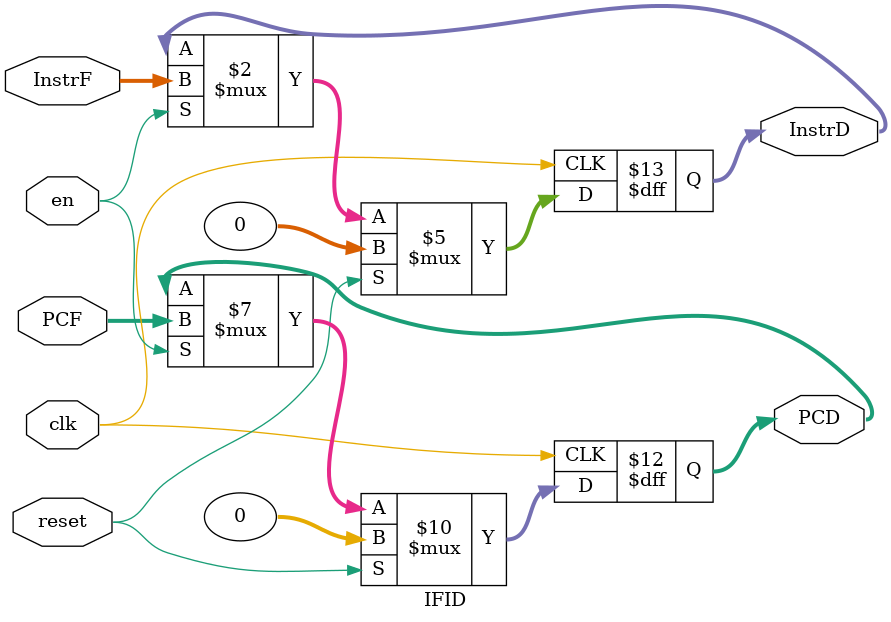
<source format=v>
`timescale 1ns / 1ps
module IFID(
    input clk,
    input en,
    input reset,
	
	// PC above instr
    input [31:0] PCF,
    input [31:0] InstrF,
	
    output reg [31:0] PCD,
    output reg [31:0] InstrD
    );
	always@(posedge clk) begin
		if (reset) begin
			PCD = 0;
			InstrD = 0;
		end
		else if (en) begin
			PCD <= PCF;
			InstrD <= InstrF;
		end
	end
endmodule

</source>
